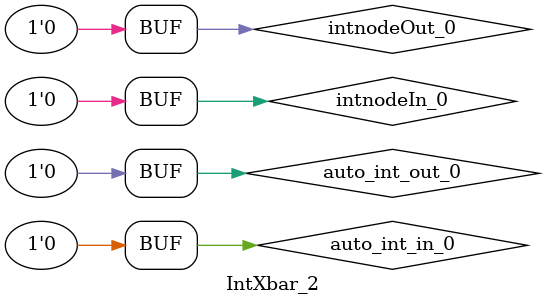
<source format=sv>
`ifndef RANDOMIZE
  `ifdef RANDOMIZE_MEM_INIT
    `define RANDOMIZE
  `endif // RANDOMIZE_MEM_INIT
`endif // not def RANDOMIZE
`ifndef RANDOMIZE
  `ifdef RANDOMIZE_REG_INIT
    `define RANDOMIZE
  `endif // RANDOMIZE_REG_INIT
`endif // not def RANDOMIZE

`ifndef RANDOM
  `define RANDOM $random
`endif // not def RANDOM

// Users can define INIT_RANDOM as general code that gets injected into the
// initializer block for modules with registers.
`ifndef INIT_RANDOM
  `define INIT_RANDOM
`endif // not def INIT_RANDOM

// If using random initialization, you can also define RANDOMIZE_DELAY to
// customize the delay used, otherwise 0.002 is used.
`ifndef RANDOMIZE_DELAY
  `define RANDOMIZE_DELAY 0.002
`endif // not def RANDOMIZE_DELAY

// Define INIT_RANDOM_PROLOG_ for use in our modules below.
`ifndef INIT_RANDOM_PROLOG_
  `ifdef RANDOMIZE
    `ifdef VERILATOR
      `define INIT_RANDOM_PROLOG_ `INIT_RANDOM
    `else  // VERILATOR
      `define INIT_RANDOM_PROLOG_ `INIT_RANDOM #`RANDOMIZE_DELAY begin end
    `endif // VERILATOR
  `else  // RANDOMIZE
    `define INIT_RANDOM_PROLOG_
  `endif // RANDOMIZE
`endif // not def INIT_RANDOM_PROLOG_

// Include register initializers in init blocks unless synthesis is set
`ifndef SYNTHESIS
  `ifndef ENABLE_INITIAL_REG_
    `define ENABLE_INITIAL_REG_
  `endif // not def ENABLE_INITIAL_REG_
`endif // not def SYNTHESIS

// Include rmemory initializers in init blocks unless synthesis is set
`ifndef SYNTHESIS
  `ifndef ENABLE_INITIAL_MEM_
    `define ENABLE_INITIAL_MEM_
  `endif // not def ENABLE_INITIAL_MEM_
`endif // not def SYNTHESIS

// Standard header to adapt well known macros for prints and assertions.

// Users can define 'PRINTF_COND' to add an extra gate to prints.
`ifndef PRINTF_COND_
  `ifdef PRINTF_COND
    `define PRINTF_COND_ (`PRINTF_COND)
  `else  // PRINTF_COND
    `define PRINTF_COND_ 1
  `endif // PRINTF_COND
`endif // not def PRINTF_COND_

// Users can define 'ASSERT_VERBOSE_COND' to add an extra gate to assert error printing.
`ifndef ASSERT_VERBOSE_COND_
  `ifdef ASSERT_VERBOSE_COND
    `define ASSERT_VERBOSE_COND_ (`ASSERT_VERBOSE_COND)
  `else  // ASSERT_VERBOSE_COND
    `define ASSERT_VERBOSE_COND_ 1
  `endif // ASSERT_VERBOSE_COND
`endif // not def ASSERT_VERBOSE_COND_

// Users can define 'STOP_COND' to add an extra gate to stop conditions.
`ifndef STOP_COND_
  `ifdef STOP_COND
    `define STOP_COND_ (`STOP_COND)
  `else  // STOP_COND
    `define STOP_COND_ 1
  `endif // STOP_COND
`endif // not def STOP_COND_

module IntXbar_2();
  wire auto_int_in_0 = 1'h0;	// src/main/scala/diplomacy/LazyModule.scala:374:18, src/main/scala/diplomacy/Nodes.scala:1205:17, :1214:17
  wire auto_int_out_0 = 1'h0;	// src/main/scala/diplomacy/LazyModule.scala:374:18, src/main/scala/diplomacy/Nodes.scala:1205:17, :1214:17
  wire intnodeIn_0 = 1'h0;	// src/main/scala/diplomacy/LazyModule.scala:374:18, src/main/scala/diplomacy/Nodes.scala:1205:17, :1214:17
  wire intnodeOut_0 = 1'h0;	// src/main/scala/diplomacy/LazyModule.scala:374:18, src/main/scala/diplomacy/Nodes.scala:1205:17, :1214:17
endmodule


</source>
